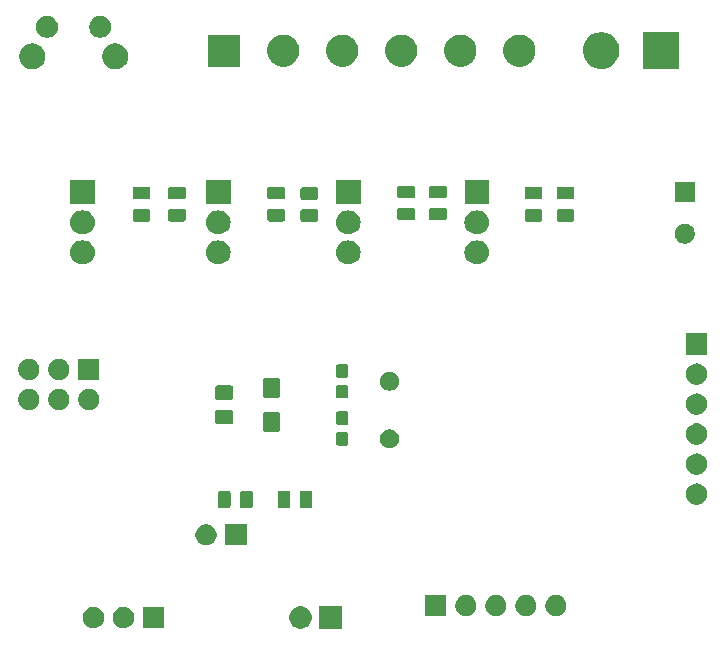
<source format=gbr>
%TF.GenerationSoftware,KiCad,Pcbnew,5.1.5-52549c5~84~ubuntu19.04.1*%
%TF.CreationDate,2020-02-04T18:47:48+03:00*%
%TF.ProjectId,RGBcontroller_V1,52474263-6f6e-4747-926f-6c6c65725f56,rev?*%
%TF.SameCoordinates,Original*%
%TF.FileFunction,Soldermask,Bot*%
%TF.FilePolarity,Negative*%
%FSLAX46Y46*%
G04 Gerber Fmt 4.6, Leading zero omitted, Abs format (unit mm)*
G04 Created by KiCad (PCBNEW 5.1.5-52549c5~84~ubuntu19.04.1) date 2020-02-04 18:47:48*
%MOMM*%
%LPD*%
G04 APERTURE LIST*
%ADD10C,0.150000*%
G04 APERTURE END LIST*
D10*
G36*
X130951000Y-97951000D02*
G01*
X129049000Y-97951000D01*
X129049000Y-96049000D01*
X130951000Y-96049000D01*
X130951000Y-97951000D01*
G37*
G36*
X127737395Y-96085546D02*
G01*
X127910466Y-96157234D01*
X127910467Y-96157235D01*
X128066227Y-96261310D01*
X128198690Y-96393773D01*
X128198691Y-96393775D01*
X128302766Y-96549534D01*
X128374454Y-96722605D01*
X128411000Y-96906333D01*
X128411000Y-97093667D01*
X128374454Y-97277395D01*
X128302766Y-97450466D01*
X128302765Y-97450467D01*
X128198690Y-97606227D01*
X128066227Y-97738690D01*
X127987818Y-97791081D01*
X127910466Y-97842766D01*
X127737395Y-97914454D01*
X127553667Y-97951000D01*
X127366333Y-97951000D01*
X127182605Y-97914454D01*
X127009534Y-97842766D01*
X126932182Y-97791081D01*
X126853773Y-97738690D01*
X126721310Y-97606227D01*
X126617235Y-97450467D01*
X126617234Y-97450466D01*
X126545546Y-97277395D01*
X126509000Y-97093667D01*
X126509000Y-96906333D01*
X126545546Y-96722605D01*
X126617234Y-96549534D01*
X126721309Y-96393775D01*
X126721310Y-96393773D01*
X126853773Y-96261310D01*
X127009533Y-96157235D01*
X127009534Y-96157234D01*
X127182605Y-96085546D01*
X127366333Y-96049000D01*
X127553667Y-96049000D01*
X127737395Y-96085546D01*
G37*
G36*
X112573512Y-96103927D02*
G01*
X112722812Y-96133624D01*
X112886784Y-96201544D01*
X113034354Y-96300147D01*
X113159853Y-96425646D01*
X113258456Y-96573216D01*
X113326376Y-96737188D01*
X113352072Y-96866375D01*
X113358960Y-96901000D01*
X113361000Y-96911259D01*
X113361000Y-97088741D01*
X113326376Y-97262812D01*
X113258456Y-97426784D01*
X113159853Y-97574354D01*
X113034354Y-97699853D01*
X112886784Y-97798456D01*
X112722812Y-97866376D01*
X112573512Y-97896073D01*
X112548742Y-97901000D01*
X112371258Y-97901000D01*
X112346488Y-97896073D01*
X112197188Y-97866376D01*
X112033216Y-97798456D01*
X111885646Y-97699853D01*
X111760147Y-97574354D01*
X111661544Y-97426784D01*
X111593624Y-97262812D01*
X111559000Y-97088741D01*
X111559000Y-96911259D01*
X111561041Y-96901000D01*
X111567928Y-96866375D01*
X111593624Y-96737188D01*
X111661544Y-96573216D01*
X111760147Y-96425646D01*
X111885646Y-96300147D01*
X112033216Y-96201544D01*
X112197188Y-96133624D01*
X112346488Y-96103927D01*
X112371258Y-96099000D01*
X112548742Y-96099000D01*
X112573512Y-96103927D01*
G37*
G36*
X110033512Y-96103927D02*
G01*
X110182812Y-96133624D01*
X110346784Y-96201544D01*
X110494354Y-96300147D01*
X110619853Y-96425646D01*
X110718456Y-96573216D01*
X110786376Y-96737188D01*
X110812072Y-96866375D01*
X110818960Y-96901000D01*
X110821000Y-96911259D01*
X110821000Y-97088741D01*
X110786376Y-97262812D01*
X110718456Y-97426784D01*
X110619853Y-97574354D01*
X110494354Y-97699853D01*
X110346784Y-97798456D01*
X110182812Y-97866376D01*
X110033512Y-97896073D01*
X110008742Y-97901000D01*
X109831258Y-97901000D01*
X109806488Y-97896073D01*
X109657188Y-97866376D01*
X109493216Y-97798456D01*
X109345646Y-97699853D01*
X109220147Y-97574354D01*
X109121544Y-97426784D01*
X109053624Y-97262812D01*
X109019000Y-97088741D01*
X109019000Y-96911259D01*
X109021041Y-96901000D01*
X109027928Y-96866375D01*
X109053624Y-96737188D01*
X109121544Y-96573216D01*
X109220147Y-96425646D01*
X109345646Y-96300147D01*
X109493216Y-96201544D01*
X109657188Y-96133624D01*
X109806488Y-96103927D01*
X109831258Y-96099000D01*
X110008742Y-96099000D01*
X110033512Y-96103927D01*
G37*
G36*
X115901000Y-97901000D02*
G01*
X114099000Y-97901000D01*
X114099000Y-96099000D01*
X115901000Y-96099000D01*
X115901000Y-97901000D01*
G37*
G36*
X139821000Y-96901000D02*
G01*
X138019000Y-96901000D01*
X138019000Y-95099000D01*
X139821000Y-95099000D01*
X139821000Y-96901000D01*
G37*
G36*
X149193512Y-95103927D02*
G01*
X149342812Y-95133624D01*
X149506784Y-95201544D01*
X149654354Y-95300147D01*
X149779853Y-95425646D01*
X149878456Y-95573216D01*
X149946376Y-95737188D01*
X149976073Y-95886488D01*
X149981000Y-95911258D01*
X149981000Y-96088742D01*
X149976073Y-96113512D01*
X149946376Y-96262812D01*
X149878456Y-96426784D01*
X149779853Y-96574354D01*
X149654354Y-96699853D01*
X149506784Y-96798456D01*
X149342812Y-96866376D01*
X149193512Y-96896073D01*
X149168742Y-96901000D01*
X148991258Y-96901000D01*
X148966488Y-96896073D01*
X148817188Y-96866376D01*
X148653216Y-96798456D01*
X148505646Y-96699853D01*
X148380147Y-96574354D01*
X148281544Y-96426784D01*
X148213624Y-96262812D01*
X148183927Y-96113512D01*
X148179000Y-96088742D01*
X148179000Y-95911258D01*
X148183927Y-95886488D01*
X148213624Y-95737188D01*
X148281544Y-95573216D01*
X148380147Y-95425646D01*
X148505646Y-95300147D01*
X148653216Y-95201544D01*
X148817188Y-95133624D01*
X148966488Y-95103927D01*
X148991258Y-95099000D01*
X149168742Y-95099000D01*
X149193512Y-95103927D01*
G37*
G36*
X146653512Y-95103927D02*
G01*
X146802812Y-95133624D01*
X146966784Y-95201544D01*
X147114354Y-95300147D01*
X147239853Y-95425646D01*
X147338456Y-95573216D01*
X147406376Y-95737188D01*
X147436073Y-95886488D01*
X147441000Y-95911258D01*
X147441000Y-96088742D01*
X147436073Y-96113512D01*
X147406376Y-96262812D01*
X147338456Y-96426784D01*
X147239853Y-96574354D01*
X147114354Y-96699853D01*
X146966784Y-96798456D01*
X146802812Y-96866376D01*
X146653512Y-96896073D01*
X146628742Y-96901000D01*
X146451258Y-96901000D01*
X146426488Y-96896073D01*
X146277188Y-96866376D01*
X146113216Y-96798456D01*
X145965646Y-96699853D01*
X145840147Y-96574354D01*
X145741544Y-96426784D01*
X145673624Y-96262812D01*
X145643927Y-96113512D01*
X145639000Y-96088742D01*
X145639000Y-95911258D01*
X145643927Y-95886488D01*
X145673624Y-95737188D01*
X145741544Y-95573216D01*
X145840147Y-95425646D01*
X145965646Y-95300147D01*
X146113216Y-95201544D01*
X146277188Y-95133624D01*
X146426488Y-95103927D01*
X146451258Y-95099000D01*
X146628742Y-95099000D01*
X146653512Y-95103927D01*
G37*
G36*
X144113512Y-95103927D02*
G01*
X144262812Y-95133624D01*
X144426784Y-95201544D01*
X144574354Y-95300147D01*
X144699853Y-95425646D01*
X144798456Y-95573216D01*
X144866376Y-95737188D01*
X144896073Y-95886488D01*
X144901000Y-95911258D01*
X144901000Y-96088742D01*
X144896073Y-96113512D01*
X144866376Y-96262812D01*
X144798456Y-96426784D01*
X144699853Y-96574354D01*
X144574354Y-96699853D01*
X144426784Y-96798456D01*
X144262812Y-96866376D01*
X144113512Y-96896073D01*
X144088742Y-96901000D01*
X143911258Y-96901000D01*
X143886488Y-96896073D01*
X143737188Y-96866376D01*
X143573216Y-96798456D01*
X143425646Y-96699853D01*
X143300147Y-96574354D01*
X143201544Y-96426784D01*
X143133624Y-96262812D01*
X143103927Y-96113512D01*
X143099000Y-96088742D01*
X143099000Y-95911258D01*
X143103927Y-95886488D01*
X143133624Y-95737188D01*
X143201544Y-95573216D01*
X143300147Y-95425646D01*
X143425646Y-95300147D01*
X143573216Y-95201544D01*
X143737188Y-95133624D01*
X143886488Y-95103927D01*
X143911258Y-95099000D01*
X144088742Y-95099000D01*
X144113512Y-95103927D01*
G37*
G36*
X141573512Y-95103927D02*
G01*
X141722812Y-95133624D01*
X141886784Y-95201544D01*
X142034354Y-95300147D01*
X142159853Y-95425646D01*
X142258456Y-95573216D01*
X142326376Y-95737188D01*
X142356073Y-95886488D01*
X142361000Y-95911258D01*
X142361000Y-96088742D01*
X142356073Y-96113512D01*
X142326376Y-96262812D01*
X142258456Y-96426784D01*
X142159853Y-96574354D01*
X142034354Y-96699853D01*
X141886784Y-96798456D01*
X141722812Y-96866376D01*
X141573512Y-96896073D01*
X141548742Y-96901000D01*
X141371258Y-96901000D01*
X141346488Y-96896073D01*
X141197188Y-96866376D01*
X141033216Y-96798456D01*
X140885646Y-96699853D01*
X140760147Y-96574354D01*
X140661544Y-96426784D01*
X140593624Y-96262812D01*
X140563927Y-96113512D01*
X140559000Y-96088742D01*
X140559000Y-95911258D01*
X140563927Y-95886488D01*
X140593624Y-95737188D01*
X140661544Y-95573216D01*
X140760147Y-95425646D01*
X140885646Y-95300147D01*
X141033216Y-95201544D01*
X141197188Y-95133624D01*
X141346488Y-95103927D01*
X141371258Y-95099000D01*
X141548742Y-95099000D01*
X141573512Y-95103927D01*
G37*
G36*
X122901000Y-90901000D02*
G01*
X121099000Y-90901000D01*
X121099000Y-89099000D01*
X122901000Y-89099000D01*
X122901000Y-90901000D01*
G37*
G36*
X119573512Y-89103927D02*
G01*
X119722812Y-89133624D01*
X119886784Y-89201544D01*
X120034354Y-89300147D01*
X120159853Y-89425646D01*
X120258456Y-89573216D01*
X120326376Y-89737188D01*
X120361000Y-89911259D01*
X120361000Y-90088741D01*
X120326376Y-90262812D01*
X120258456Y-90426784D01*
X120159853Y-90574354D01*
X120034354Y-90699853D01*
X119886784Y-90798456D01*
X119722812Y-90866376D01*
X119573512Y-90896073D01*
X119548742Y-90901000D01*
X119371258Y-90901000D01*
X119346488Y-90896073D01*
X119197188Y-90866376D01*
X119033216Y-90798456D01*
X118885646Y-90699853D01*
X118760147Y-90574354D01*
X118661544Y-90426784D01*
X118593624Y-90262812D01*
X118559000Y-90088741D01*
X118559000Y-89911259D01*
X118593624Y-89737188D01*
X118661544Y-89573216D01*
X118760147Y-89425646D01*
X118885646Y-89300147D01*
X119033216Y-89201544D01*
X119197188Y-89133624D01*
X119346488Y-89103927D01*
X119371258Y-89099000D01*
X119548742Y-89099000D01*
X119573512Y-89103927D01*
G37*
G36*
X123246968Y-86253565D02*
G01*
X123285638Y-86265296D01*
X123321277Y-86284346D01*
X123352517Y-86309983D01*
X123378154Y-86341223D01*
X123397204Y-86376862D01*
X123408935Y-86415532D01*
X123413500Y-86461888D01*
X123413500Y-87538112D01*
X123408935Y-87584468D01*
X123397204Y-87623138D01*
X123378154Y-87658777D01*
X123352517Y-87690017D01*
X123321277Y-87715654D01*
X123285638Y-87734704D01*
X123246968Y-87746435D01*
X123200612Y-87751000D01*
X122549388Y-87751000D01*
X122503032Y-87746435D01*
X122464362Y-87734704D01*
X122428723Y-87715654D01*
X122397483Y-87690017D01*
X122371846Y-87658777D01*
X122352796Y-87623138D01*
X122341065Y-87584468D01*
X122336500Y-87538112D01*
X122336500Y-86461888D01*
X122341065Y-86415532D01*
X122352796Y-86376862D01*
X122371846Y-86341223D01*
X122397483Y-86309983D01*
X122428723Y-86284346D01*
X122464362Y-86265296D01*
X122503032Y-86253565D01*
X122549388Y-86249000D01*
X123200612Y-86249000D01*
X123246968Y-86253565D01*
G37*
G36*
X128309468Y-86253565D02*
G01*
X128348138Y-86265296D01*
X128383777Y-86284346D01*
X128415017Y-86309983D01*
X128440654Y-86341223D01*
X128459704Y-86376862D01*
X128471435Y-86415532D01*
X128476000Y-86461888D01*
X128476000Y-87538112D01*
X128471435Y-87584468D01*
X128459704Y-87623138D01*
X128440654Y-87658777D01*
X128415017Y-87690017D01*
X128383777Y-87715654D01*
X128348138Y-87734704D01*
X128309468Y-87746435D01*
X128263112Y-87751000D01*
X127611888Y-87751000D01*
X127565532Y-87746435D01*
X127526862Y-87734704D01*
X127491223Y-87715654D01*
X127459983Y-87690017D01*
X127434346Y-87658777D01*
X127415296Y-87623138D01*
X127403565Y-87584468D01*
X127399000Y-87538112D01*
X127399000Y-86461888D01*
X127403565Y-86415532D01*
X127415296Y-86376862D01*
X127434346Y-86341223D01*
X127459983Y-86309983D01*
X127491223Y-86284346D01*
X127526862Y-86265296D01*
X127565532Y-86253565D01*
X127611888Y-86249000D01*
X128263112Y-86249000D01*
X128309468Y-86253565D01*
G37*
G36*
X126434468Y-86253565D02*
G01*
X126473138Y-86265296D01*
X126508777Y-86284346D01*
X126540017Y-86309983D01*
X126565654Y-86341223D01*
X126584704Y-86376862D01*
X126596435Y-86415532D01*
X126601000Y-86461888D01*
X126601000Y-87538112D01*
X126596435Y-87584468D01*
X126584704Y-87623138D01*
X126565654Y-87658777D01*
X126540017Y-87690017D01*
X126508777Y-87715654D01*
X126473138Y-87734704D01*
X126434468Y-87746435D01*
X126388112Y-87751000D01*
X125736888Y-87751000D01*
X125690532Y-87746435D01*
X125651862Y-87734704D01*
X125616223Y-87715654D01*
X125584983Y-87690017D01*
X125559346Y-87658777D01*
X125540296Y-87623138D01*
X125528565Y-87584468D01*
X125524000Y-87538112D01*
X125524000Y-86461888D01*
X125528565Y-86415532D01*
X125540296Y-86376862D01*
X125559346Y-86341223D01*
X125584983Y-86309983D01*
X125616223Y-86284346D01*
X125651862Y-86265296D01*
X125690532Y-86253565D01*
X125736888Y-86249000D01*
X126388112Y-86249000D01*
X126434468Y-86253565D01*
G37*
G36*
X121371968Y-86253565D02*
G01*
X121410638Y-86265296D01*
X121446277Y-86284346D01*
X121477517Y-86309983D01*
X121503154Y-86341223D01*
X121522204Y-86376862D01*
X121533935Y-86415532D01*
X121538500Y-86461888D01*
X121538500Y-87538112D01*
X121533935Y-87584468D01*
X121522204Y-87623138D01*
X121503154Y-87658777D01*
X121477517Y-87690017D01*
X121446277Y-87715654D01*
X121410638Y-87734704D01*
X121371968Y-87746435D01*
X121325612Y-87751000D01*
X120674388Y-87751000D01*
X120628032Y-87746435D01*
X120589362Y-87734704D01*
X120553723Y-87715654D01*
X120522483Y-87690017D01*
X120496846Y-87658777D01*
X120477796Y-87623138D01*
X120466065Y-87584468D01*
X120461500Y-87538112D01*
X120461500Y-86461888D01*
X120466065Y-86415532D01*
X120477796Y-86376862D01*
X120496846Y-86341223D01*
X120522483Y-86309983D01*
X120553723Y-86284346D01*
X120589362Y-86265296D01*
X120628032Y-86253565D01*
X120674388Y-86249000D01*
X121325612Y-86249000D01*
X121371968Y-86253565D01*
G37*
G36*
X161113512Y-85653927D02*
G01*
X161262812Y-85683624D01*
X161426784Y-85751544D01*
X161574354Y-85850147D01*
X161699853Y-85975646D01*
X161798456Y-86123216D01*
X161866376Y-86287188D01*
X161901000Y-86461259D01*
X161901000Y-86638741D01*
X161866376Y-86812812D01*
X161798456Y-86976784D01*
X161699853Y-87124354D01*
X161574354Y-87249853D01*
X161426784Y-87348456D01*
X161262812Y-87416376D01*
X161113512Y-87446073D01*
X161088742Y-87451000D01*
X160911258Y-87451000D01*
X160886488Y-87446073D01*
X160737188Y-87416376D01*
X160573216Y-87348456D01*
X160425646Y-87249853D01*
X160300147Y-87124354D01*
X160201544Y-86976784D01*
X160133624Y-86812812D01*
X160099000Y-86638741D01*
X160099000Y-86461259D01*
X160133624Y-86287188D01*
X160201544Y-86123216D01*
X160300147Y-85975646D01*
X160425646Y-85850147D01*
X160573216Y-85751544D01*
X160737188Y-85683624D01*
X160886488Y-85653927D01*
X160911258Y-85649000D01*
X161088742Y-85649000D01*
X161113512Y-85653927D01*
G37*
G36*
X161113512Y-83113927D02*
G01*
X161262812Y-83143624D01*
X161426784Y-83211544D01*
X161574354Y-83310147D01*
X161699853Y-83435646D01*
X161798456Y-83583216D01*
X161866376Y-83747188D01*
X161901000Y-83921259D01*
X161901000Y-84098741D01*
X161866376Y-84272812D01*
X161798456Y-84436784D01*
X161699853Y-84584354D01*
X161574354Y-84709853D01*
X161426784Y-84808456D01*
X161262812Y-84876376D01*
X161113512Y-84906073D01*
X161088742Y-84911000D01*
X160911258Y-84911000D01*
X160886488Y-84906073D01*
X160737188Y-84876376D01*
X160573216Y-84808456D01*
X160425646Y-84709853D01*
X160300147Y-84584354D01*
X160201544Y-84436784D01*
X160133624Y-84272812D01*
X160099000Y-84098741D01*
X160099000Y-83921259D01*
X160133624Y-83747188D01*
X160201544Y-83583216D01*
X160300147Y-83435646D01*
X160425646Y-83310147D01*
X160573216Y-83211544D01*
X160737188Y-83143624D01*
X160886488Y-83113927D01*
X160911258Y-83109000D01*
X161088742Y-83109000D01*
X161113512Y-83113927D01*
G37*
G36*
X135233642Y-81109781D02*
G01*
X135346426Y-81156498D01*
X135379416Y-81170163D01*
X135510608Y-81257822D01*
X135622178Y-81369392D01*
X135709837Y-81500584D01*
X135709838Y-81500586D01*
X135770219Y-81646358D01*
X135801000Y-81801107D01*
X135801000Y-81958893D01*
X135770219Y-82113642D01*
X135718166Y-82239309D01*
X135709837Y-82259416D01*
X135622178Y-82390608D01*
X135510608Y-82502178D01*
X135379416Y-82589837D01*
X135379415Y-82589838D01*
X135379414Y-82589838D01*
X135233642Y-82650219D01*
X135078893Y-82681000D01*
X134921107Y-82681000D01*
X134766358Y-82650219D01*
X134620586Y-82589838D01*
X134620585Y-82589838D01*
X134620584Y-82589837D01*
X134489392Y-82502178D01*
X134377822Y-82390608D01*
X134290163Y-82259416D01*
X134281834Y-82239309D01*
X134229781Y-82113642D01*
X134199000Y-81958893D01*
X134199000Y-81801107D01*
X134229781Y-81646358D01*
X134290162Y-81500586D01*
X134290163Y-81500584D01*
X134377822Y-81369392D01*
X134489392Y-81257822D01*
X134620584Y-81170163D01*
X134653574Y-81156498D01*
X134766358Y-81109781D01*
X134921107Y-81079000D01*
X135078893Y-81079000D01*
X135233642Y-81109781D01*
G37*
G36*
X131364499Y-81303445D02*
G01*
X131401995Y-81314820D01*
X131436554Y-81333292D01*
X131466847Y-81358153D01*
X131491708Y-81388446D01*
X131510180Y-81423005D01*
X131521555Y-81460501D01*
X131526000Y-81505638D01*
X131526000Y-82244362D01*
X131521555Y-82289499D01*
X131510180Y-82326995D01*
X131491708Y-82361554D01*
X131466847Y-82391847D01*
X131436554Y-82416708D01*
X131401995Y-82435180D01*
X131364499Y-82446555D01*
X131319362Y-82451000D01*
X130680638Y-82451000D01*
X130635501Y-82446555D01*
X130598005Y-82435180D01*
X130563446Y-82416708D01*
X130533153Y-82391847D01*
X130508292Y-82361554D01*
X130489820Y-82326995D01*
X130478445Y-82289499D01*
X130474000Y-82244362D01*
X130474000Y-81505638D01*
X130478445Y-81460501D01*
X130489820Y-81423005D01*
X130508292Y-81388446D01*
X130533153Y-81358153D01*
X130563446Y-81333292D01*
X130598005Y-81314820D01*
X130635501Y-81303445D01*
X130680638Y-81299000D01*
X131319362Y-81299000D01*
X131364499Y-81303445D01*
G37*
G36*
X161100214Y-80571282D02*
G01*
X161262812Y-80603624D01*
X161426784Y-80671544D01*
X161574354Y-80770147D01*
X161699853Y-80895646D01*
X161798456Y-81043216D01*
X161866376Y-81207188D01*
X161901000Y-81381259D01*
X161901000Y-81558741D01*
X161866376Y-81732812D01*
X161798456Y-81896784D01*
X161699853Y-82044354D01*
X161574354Y-82169853D01*
X161426784Y-82268456D01*
X161262812Y-82336376D01*
X161136230Y-82361554D01*
X161088742Y-82371000D01*
X160911258Y-82371000D01*
X160863770Y-82361554D01*
X160737188Y-82336376D01*
X160573216Y-82268456D01*
X160425646Y-82169853D01*
X160300147Y-82044354D01*
X160201544Y-81896784D01*
X160133624Y-81732812D01*
X160099000Y-81558741D01*
X160099000Y-81381259D01*
X160133624Y-81207188D01*
X160201544Y-81043216D01*
X160300147Y-80895646D01*
X160425646Y-80770147D01*
X160573216Y-80671544D01*
X160737188Y-80603624D01*
X160899786Y-80571282D01*
X160911258Y-80569000D01*
X161088742Y-80569000D01*
X161100214Y-80571282D01*
G37*
G36*
X125572798Y-79603247D02*
G01*
X125608367Y-79614037D01*
X125641139Y-79631554D01*
X125669869Y-79655131D01*
X125693446Y-79683861D01*
X125710963Y-79716633D01*
X125721753Y-79752202D01*
X125726000Y-79795325D01*
X125726000Y-81079675D01*
X125721753Y-81122798D01*
X125710963Y-81158367D01*
X125693446Y-81191139D01*
X125669869Y-81219869D01*
X125641139Y-81243446D01*
X125608367Y-81260963D01*
X125572798Y-81271753D01*
X125529675Y-81276000D01*
X124470325Y-81276000D01*
X124427202Y-81271753D01*
X124391633Y-81260963D01*
X124358861Y-81243446D01*
X124330131Y-81219869D01*
X124306554Y-81191139D01*
X124289037Y-81158367D01*
X124278247Y-81122798D01*
X124274000Y-81079675D01*
X124274000Y-79795325D01*
X124278247Y-79752202D01*
X124289037Y-79716633D01*
X124306554Y-79683861D01*
X124330131Y-79655131D01*
X124358861Y-79631554D01*
X124391633Y-79614037D01*
X124427202Y-79603247D01*
X124470325Y-79599000D01*
X125529675Y-79599000D01*
X125572798Y-79603247D01*
G37*
G36*
X131364499Y-79553445D02*
G01*
X131401995Y-79564820D01*
X131436554Y-79583292D01*
X131466847Y-79608153D01*
X131491708Y-79638446D01*
X131510180Y-79673005D01*
X131521555Y-79710501D01*
X131526000Y-79755638D01*
X131526000Y-80494362D01*
X131521555Y-80539499D01*
X131510180Y-80576995D01*
X131491708Y-80611554D01*
X131466847Y-80641847D01*
X131436554Y-80666708D01*
X131401995Y-80685180D01*
X131364499Y-80696555D01*
X131319362Y-80701000D01*
X130680638Y-80701000D01*
X130635501Y-80696555D01*
X130598005Y-80685180D01*
X130563446Y-80666708D01*
X130533153Y-80641847D01*
X130508292Y-80611554D01*
X130489820Y-80576995D01*
X130478445Y-80539499D01*
X130474000Y-80494362D01*
X130474000Y-79755638D01*
X130478445Y-79710501D01*
X130489820Y-79673005D01*
X130508292Y-79638446D01*
X130533153Y-79608153D01*
X130563446Y-79583292D01*
X130598005Y-79564820D01*
X130635501Y-79553445D01*
X130680638Y-79549000D01*
X131319362Y-79549000D01*
X131364499Y-79553445D01*
G37*
G36*
X121588674Y-79403465D02*
G01*
X121626367Y-79414899D01*
X121661103Y-79433466D01*
X121691548Y-79458452D01*
X121716534Y-79488897D01*
X121735101Y-79523633D01*
X121746535Y-79561326D01*
X121751000Y-79606661D01*
X121751000Y-80443339D01*
X121746535Y-80488674D01*
X121735101Y-80526367D01*
X121716534Y-80561103D01*
X121691548Y-80591548D01*
X121661103Y-80616534D01*
X121626367Y-80635101D01*
X121588674Y-80646535D01*
X121543339Y-80651000D01*
X120456661Y-80651000D01*
X120411326Y-80646535D01*
X120373633Y-80635101D01*
X120338897Y-80616534D01*
X120308452Y-80591548D01*
X120283466Y-80561103D01*
X120264899Y-80526367D01*
X120253465Y-80488674D01*
X120249000Y-80443339D01*
X120249000Y-79606661D01*
X120253465Y-79561326D01*
X120264899Y-79523633D01*
X120283466Y-79488897D01*
X120308452Y-79458452D01*
X120338897Y-79433466D01*
X120373633Y-79414899D01*
X120411326Y-79403465D01*
X120456661Y-79399000D01*
X121543339Y-79399000D01*
X121588674Y-79403465D01*
G37*
G36*
X161113512Y-78033927D02*
G01*
X161262812Y-78063624D01*
X161426784Y-78131544D01*
X161574354Y-78230147D01*
X161699853Y-78355646D01*
X161798456Y-78503216D01*
X161866376Y-78667188D01*
X161901000Y-78841259D01*
X161901000Y-79018741D01*
X161866376Y-79192812D01*
X161798456Y-79356784D01*
X161699853Y-79504354D01*
X161574354Y-79629853D01*
X161426784Y-79728456D01*
X161262812Y-79796376D01*
X161113512Y-79826073D01*
X161088742Y-79831000D01*
X160911258Y-79831000D01*
X160886488Y-79826073D01*
X160737188Y-79796376D01*
X160573216Y-79728456D01*
X160425646Y-79629853D01*
X160300147Y-79504354D01*
X160201544Y-79356784D01*
X160133624Y-79192812D01*
X160099000Y-79018741D01*
X160099000Y-78841259D01*
X160133624Y-78667188D01*
X160201544Y-78503216D01*
X160300147Y-78355646D01*
X160425646Y-78230147D01*
X160573216Y-78131544D01*
X160737188Y-78063624D01*
X160886488Y-78033927D01*
X160911258Y-78029000D01*
X161088742Y-78029000D01*
X161113512Y-78033927D01*
G37*
G36*
X104573512Y-77643927D02*
G01*
X104722812Y-77673624D01*
X104886784Y-77741544D01*
X105034354Y-77840147D01*
X105159853Y-77965646D01*
X105258456Y-78113216D01*
X105326376Y-78277188D01*
X105356073Y-78426488D01*
X105360949Y-78451000D01*
X105361000Y-78451259D01*
X105361000Y-78628741D01*
X105326376Y-78802812D01*
X105258456Y-78966784D01*
X105159853Y-79114354D01*
X105034354Y-79239853D01*
X104886784Y-79338456D01*
X104722812Y-79406376D01*
X104573512Y-79436073D01*
X104548742Y-79441000D01*
X104371258Y-79441000D01*
X104346488Y-79436073D01*
X104197188Y-79406376D01*
X104033216Y-79338456D01*
X103885646Y-79239853D01*
X103760147Y-79114354D01*
X103661544Y-78966784D01*
X103593624Y-78802812D01*
X103559000Y-78628741D01*
X103559000Y-78451259D01*
X103559052Y-78451000D01*
X103563927Y-78426488D01*
X103593624Y-78277188D01*
X103661544Y-78113216D01*
X103760147Y-77965646D01*
X103885646Y-77840147D01*
X104033216Y-77741544D01*
X104197188Y-77673624D01*
X104346488Y-77643927D01*
X104371258Y-77639000D01*
X104548742Y-77639000D01*
X104573512Y-77643927D01*
G37*
G36*
X107113512Y-77643927D02*
G01*
X107262812Y-77673624D01*
X107426784Y-77741544D01*
X107574354Y-77840147D01*
X107699853Y-77965646D01*
X107798456Y-78113216D01*
X107866376Y-78277188D01*
X107896073Y-78426488D01*
X107900949Y-78451000D01*
X107901000Y-78451259D01*
X107901000Y-78628741D01*
X107866376Y-78802812D01*
X107798456Y-78966784D01*
X107699853Y-79114354D01*
X107574354Y-79239853D01*
X107426784Y-79338456D01*
X107262812Y-79406376D01*
X107113512Y-79436073D01*
X107088742Y-79441000D01*
X106911258Y-79441000D01*
X106886488Y-79436073D01*
X106737188Y-79406376D01*
X106573216Y-79338456D01*
X106425646Y-79239853D01*
X106300147Y-79114354D01*
X106201544Y-78966784D01*
X106133624Y-78802812D01*
X106099000Y-78628741D01*
X106099000Y-78451259D01*
X106099052Y-78451000D01*
X106103927Y-78426488D01*
X106133624Y-78277188D01*
X106201544Y-78113216D01*
X106300147Y-77965646D01*
X106425646Y-77840147D01*
X106573216Y-77741544D01*
X106737188Y-77673624D01*
X106886488Y-77643927D01*
X106911258Y-77639000D01*
X107088742Y-77639000D01*
X107113512Y-77643927D01*
G37*
G36*
X109653512Y-77643927D02*
G01*
X109802812Y-77673624D01*
X109966784Y-77741544D01*
X110114354Y-77840147D01*
X110239853Y-77965646D01*
X110338456Y-78113216D01*
X110406376Y-78277188D01*
X110436073Y-78426488D01*
X110440949Y-78451000D01*
X110441000Y-78451259D01*
X110441000Y-78628741D01*
X110406376Y-78802812D01*
X110338456Y-78966784D01*
X110239853Y-79114354D01*
X110114354Y-79239853D01*
X109966784Y-79338456D01*
X109802812Y-79406376D01*
X109653512Y-79436073D01*
X109628742Y-79441000D01*
X109451258Y-79441000D01*
X109426488Y-79436073D01*
X109277188Y-79406376D01*
X109113216Y-79338456D01*
X108965646Y-79239853D01*
X108840147Y-79114354D01*
X108741544Y-78966784D01*
X108673624Y-78802812D01*
X108639000Y-78628741D01*
X108639000Y-78451259D01*
X108639052Y-78451000D01*
X108643927Y-78426488D01*
X108673624Y-78277188D01*
X108741544Y-78113216D01*
X108840147Y-77965646D01*
X108965646Y-77840147D01*
X109113216Y-77741544D01*
X109277188Y-77673624D01*
X109426488Y-77643927D01*
X109451258Y-77639000D01*
X109628742Y-77639000D01*
X109653512Y-77643927D01*
G37*
G36*
X121588674Y-77353465D02*
G01*
X121626367Y-77364899D01*
X121661103Y-77383466D01*
X121691548Y-77408452D01*
X121716534Y-77438897D01*
X121735101Y-77473633D01*
X121746535Y-77511326D01*
X121751000Y-77556661D01*
X121751000Y-78393339D01*
X121746535Y-78438674D01*
X121735101Y-78476367D01*
X121716534Y-78511103D01*
X121691548Y-78541548D01*
X121661103Y-78566534D01*
X121626367Y-78585101D01*
X121588674Y-78596535D01*
X121543339Y-78601000D01*
X120456661Y-78601000D01*
X120411326Y-78596535D01*
X120373633Y-78585101D01*
X120338897Y-78566534D01*
X120308452Y-78541548D01*
X120283466Y-78511103D01*
X120264899Y-78476367D01*
X120253465Y-78438674D01*
X120249000Y-78393339D01*
X120249000Y-77556661D01*
X120253465Y-77511326D01*
X120264899Y-77473633D01*
X120283466Y-77438897D01*
X120308452Y-77408452D01*
X120338897Y-77383466D01*
X120373633Y-77364899D01*
X120411326Y-77353465D01*
X120456661Y-77349000D01*
X121543339Y-77349000D01*
X121588674Y-77353465D01*
G37*
G36*
X131364499Y-77303445D02*
G01*
X131401995Y-77314820D01*
X131436554Y-77333292D01*
X131466847Y-77358153D01*
X131491708Y-77388446D01*
X131510180Y-77423005D01*
X131521555Y-77460501D01*
X131526000Y-77505638D01*
X131526000Y-78244362D01*
X131521555Y-78289499D01*
X131510180Y-78326995D01*
X131491708Y-78361554D01*
X131466847Y-78391847D01*
X131436554Y-78416708D01*
X131401995Y-78435180D01*
X131364499Y-78446555D01*
X131319362Y-78451000D01*
X130680638Y-78451000D01*
X130635501Y-78446555D01*
X130598005Y-78435180D01*
X130563446Y-78416708D01*
X130533153Y-78391847D01*
X130508292Y-78361554D01*
X130489820Y-78326995D01*
X130478445Y-78289499D01*
X130474000Y-78244362D01*
X130474000Y-77505638D01*
X130478445Y-77460501D01*
X130489820Y-77423005D01*
X130508292Y-77388446D01*
X130533153Y-77358153D01*
X130563446Y-77333292D01*
X130598005Y-77314820D01*
X130635501Y-77303445D01*
X130680638Y-77299000D01*
X131319362Y-77299000D01*
X131364499Y-77303445D01*
G37*
G36*
X125572798Y-76728247D02*
G01*
X125608367Y-76739037D01*
X125641139Y-76756554D01*
X125669869Y-76780131D01*
X125693446Y-76808861D01*
X125710963Y-76841633D01*
X125721753Y-76877202D01*
X125726000Y-76920325D01*
X125726000Y-78204675D01*
X125721753Y-78247798D01*
X125710963Y-78283367D01*
X125693446Y-78316139D01*
X125669869Y-78344869D01*
X125641139Y-78368446D01*
X125608367Y-78385963D01*
X125572798Y-78396753D01*
X125529675Y-78401000D01*
X124470325Y-78401000D01*
X124427202Y-78396753D01*
X124391633Y-78385963D01*
X124358861Y-78368446D01*
X124330131Y-78344869D01*
X124306554Y-78316139D01*
X124289037Y-78283367D01*
X124278247Y-78247798D01*
X124274000Y-78204675D01*
X124274000Y-76920325D01*
X124278247Y-76877202D01*
X124289037Y-76841633D01*
X124306554Y-76808861D01*
X124330131Y-76780131D01*
X124358861Y-76756554D01*
X124391633Y-76739037D01*
X124427202Y-76728247D01*
X124470325Y-76724000D01*
X125529675Y-76724000D01*
X125572798Y-76728247D01*
G37*
G36*
X135233642Y-76229781D02*
G01*
X135379414Y-76290162D01*
X135379416Y-76290163D01*
X135510608Y-76377822D01*
X135622178Y-76489392D01*
X135678947Y-76574354D01*
X135709838Y-76620586D01*
X135770219Y-76766358D01*
X135801000Y-76921107D01*
X135801000Y-77078893D01*
X135770219Y-77233642D01*
X135715850Y-77364899D01*
X135709837Y-77379416D01*
X135622178Y-77510608D01*
X135510608Y-77622178D01*
X135379416Y-77709837D01*
X135379415Y-77709838D01*
X135379414Y-77709838D01*
X135233642Y-77770219D01*
X135078893Y-77801000D01*
X134921107Y-77801000D01*
X134766358Y-77770219D01*
X134620586Y-77709838D01*
X134620585Y-77709838D01*
X134620584Y-77709837D01*
X134489392Y-77622178D01*
X134377822Y-77510608D01*
X134290163Y-77379416D01*
X134284150Y-77364899D01*
X134229781Y-77233642D01*
X134199000Y-77078893D01*
X134199000Y-76921107D01*
X134229781Y-76766358D01*
X134290162Y-76620586D01*
X134321053Y-76574354D01*
X134377822Y-76489392D01*
X134489392Y-76377822D01*
X134620584Y-76290163D01*
X134620586Y-76290162D01*
X134766358Y-76229781D01*
X134921107Y-76199000D01*
X135078893Y-76199000D01*
X135233642Y-76229781D01*
G37*
G36*
X161113512Y-75493927D02*
G01*
X161262812Y-75523624D01*
X161426784Y-75591544D01*
X161574354Y-75690147D01*
X161699853Y-75815646D01*
X161798456Y-75963216D01*
X161866376Y-76127188D01*
X161896073Y-76276488D01*
X161901000Y-76301258D01*
X161901000Y-76478742D01*
X161898881Y-76489393D01*
X161866376Y-76652812D01*
X161798456Y-76816784D01*
X161699853Y-76964354D01*
X161574354Y-77089853D01*
X161426784Y-77188456D01*
X161262812Y-77256376D01*
X161113512Y-77286073D01*
X161088742Y-77291000D01*
X160911258Y-77291000D01*
X160886488Y-77286073D01*
X160737188Y-77256376D01*
X160573216Y-77188456D01*
X160425646Y-77089853D01*
X160300147Y-76964354D01*
X160201544Y-76816784D01*
X160133624Y-76652812D01*
X160101119Y-76489393D01*
X160099000Y-76478742D01*
X160099000Y-76301258D01*
X160103927Y-76276488D01*
X160133624Y-76127188D01*
X160201544Y-75963216D01*
X160300147Y-75815646D01*
X160425646Y-75690147D01*
X160573216Y-75591544D01*
X160737188Y-75523624D01*
X160886488Y-75493927D01*
X160911258Y-75489000D01*
X161088742Y-75489000D01*
X161113512Y-75493927D01*
G37*
G36*
X107113512Y-75103927D02*
G01*
X107262812Y-75133624D01*
X107426784Y-75201544D01*
X107574354Y-75300147D01*
X107699853Y-75425646D01*
X107798456Y-75573216D01*
X107866376Y-75737188D01*
X107901000Y-75911259D01*
X107901000Y-76088741D01*
X107866376Y-76262812D01*
X107798456Y-76426784D01*
X107699853Y-76574354D01*
X107574354Y-76699853D01*
X107426784Y-76798456D01*
X107262812Y-76866376D01*
X107113512Y-76896073D01*
X107088742Y-76901000D01*
X106911258Y-76901000D01*
X106886488Y-76896073D01*
X106737188Y-76866376D01*
X106573216Y-76798456D01*
X106425646Y-76699853D01*
X106300147Y-76574354D01*
X106201544Y-76426784D01*
X106133624Y-76262812D01*
X106099000Y-76088741D01*
X106099000Y-75911259D01*
X106133624Y-75737188D01*
X106201544Y-75573216D01*
X106300147Y-75425646D01*
X106425646Y-75300147D01*
X106573216Y-75201544D01*
X106737188Y-75133624D01*
X106886488Y-75103927D01*
X106911258Y-75099000D01*
X107088742Y-75099000D01*
X107113512Y-75103927D01*
G37*
G36*
X110441000Y-76901000D02*
G01*
X108639000Y-76901000D01*
X108639000Y-75099000D01*
X110441000Y-75099000D01*
X110441000Y-76901000D01*
G37*
G36*
X104573512Y-75103927D02*
G01*
X104722812Y-75133624D01*
X104886784Y-75201544D01*
X105034354Y-75300147D01*
X105159853Y-75425646D01*
X105258456Y-75573216D01*
X105326376Y-75737188D01*
X105361000Y-75911259D01*
X105361000Y-76088741D01*
X105326376Y-76262812D01*
X105258456Y-76426784D01*
X105159853Y-76574354D01*
X105034354Y-76699853D01*
X104886784Y-76798456D01*
X104722812Y-76866376D01*
X104573512Y-76896073D01*
X104548742Y-76901000D01*
X104371258Y-76901000D01*
X104346488Y-76896073D01*
X104197188Y-76866376D01*
X104033216Y-76798456D01*
X103885646Y-76699853D01*
X103760147Y-76574354D01*
X103661544Y-76426784D01*
X103593624Y-76262812D01*
X103559000Y-76088741D01*
X103559000Y-75911259D01*
X103593624Y-75737188D01*
X103661544Y-75573216D01*
X103760147Y-75425646D01*
X103885646Y-75300147D01*
X104033216Y-75201544D01*
X104197188Y-75133624D01*
X104346488Y-75103927D01*
X104371258Y-75099000D01*
X104548742Y-75099000D01*
X104573512Y-75103927D01*
G37*
G36*
X131364499Y-75553445D02*
G01*
X131401995Y-75564820D01*
X131436554Y-75583292D01*
X131466847Y-75608153D01*
X131491708Y-75638446D01*
X131510180Y-75673005D01*
X131521555Y-75710501D01*
X131526000Y-75755638D01*
X131526000Y-76494362D01*
X131521555Y-76539499D01*
X131510180Y-76576995D01*
X131491708Y-76611554D01*
X131466847Y-76641847D01*
X131436554Y-76666708D01*
X131401995Y-76685180D01*
X131364499Y-76696555D01*
X131319362Y-76701000D01*
X130680638Y-76701000D01*
X130635501Y-76696555D01*
X130598005Y-76685180D01*
X130563446Y-76666708D01*
X130533153Y-76641847D01*
X130508292Y-76611554D01*
X130489820Y-76576995D01*
X130478445Y-76539499D01*
X130474000Y-76494362D01*
X130474000Y-75755638D01*
X130478445Y-75710501D01*
X130489820Y-75673005D01*
X130508292Y-75638446D01*
X130533153Y-75608153D01*
X130563446Y-75583292D01*
X130598005Y-75564820D01*
X130635501Y-75553445D01*
X130680638Y-75549000D01*
X131319362Y-75549000D01*
X131364499Y-75553445D01*
G37*
G36*
X161901000Y-74751000D02*
G01*
X160099000Y-74751000D01*
X160099000Y-72949000D01*
X161901000Y-72949000D01*
X161901000Y-74751000D01*
G37*
G36*
X142545936Y-65081340D02*
G01*
X142644220Y-65091020D01*
X142833381Y-65148401D01*
X143007712Y-65241583D01*
X143160515Y-65366985D01*
X143285917Y-65519788D01*
X143379099Y-65694119D01*
X143436480Y-65883280D01*
X143455855Y-66080000D01*
X143436480Y-66276720D01*
X143379099Y-66465881D01*
X143285917Y-66640212D01*
X143160515Y-66793015D01*
X143007712Y-66918417D01*
X142833381Y-67011599D01*
X142644220Y-67068980D01*
X142545936Y-67078660D01*
X142496795Y-67083500D01*
X142303205Y-67083500D01*
X142254064Y-67078660D01*
X142155780Y-67068980D01*
X141966619Y-67011599D01*
X141792288Y-66918417D01*
X141639485Y-66793015D01*
X141514083Y-66640212D01*
X141420901Y-66465881D01*
X141363520Y-66276720D01*
X141344145Y-66080000D01*
X141363520Y-65883280D01*
X141420901Y-65694119D01*
X141514083Y-65519788D01*
X141639485Y-65366985D01*
X141792288Y-65241583D01*
X141966619Y-65148401D01*
X142155780Y-65091020D01*
X142254064Y-65081340D01*
X142303205Y-65076500D01*
X142496795Y-65076500D01*
X142545936Y-65081340D01*
G37*
G36*
X131645936Y-65081340D02*
G01*
X131744220Y-65091020D01*
X131933381Y-65148401D01*
X132107712Y-65241583D01*
X132260515Y-65366985D01*
X132385917Y-65519788D01*
X132479099Y-65694119D01*
X132536480Y-65883280D01*
X132555855Y-66080000D01*
X132536480Y-66276720D01*
X132479099Y-66465881D01*
X132385917Y-66640212D01*
X132260515Y-66793015D01*
X132107712Y-66918417D01*
X131933381Y-67011599D01*
X131744220Y-67068980D01*
X131645936Y-67078660D01*
X131596795Y-67083500D01*
X131403205Y-67083500D01*
X131354064Y-67078660D01*
X131255780Y-67068980D01*
X131066619Y-67011599D01*
X130892288Y-66918417D01*
X130739485Y-66793015D01*
X130614083Y-66640212D01*
X130520901Y-66465881D01*
X130463520Y-66276720D01*
X130444145Y-66080000D01*
X130463520Y-65883280D01*
X130520901Y-65694119D01*
X130614083Y-65519788D01*
X130739485Y-65366985D01*
X130892288Y-65241583D01*
X131066619Y-65148401D01*
X131255780Y-65091020D01*
X131354064Y-65081340D01*
X131403205Y-65076500D01*
X131596795Y-65076500D01*
X131645936Y-65081340D01*
G37*
G36*
X109145936Y-65081340D02*
G01*
X109244220Y-65091020D01*
X109433381Y-65148401D01*
X109607712Y-65241583D01*
X109760515Y-65366985D01*
X109885917Y-65519788D01*
X109979099Y-65694119D01*
X110036480Y-65883280D01*
X110055855Y-66080000D01*
X110036480Y-66276720D01*
X109979099Y-66465881D01*
X109885917Y-66640212D01*
X109760515Y-66793015D01*
X109607712Y-66918417D01*
X109433381Y-67011599D01*
X109244220Y-67068980D01*
X109145936Y-67078660D01*
X109096795Y-67083500D01*
X108903205Y-67083500D01*
X108854064Y-67078660D01*
X108755780Y-67068980D01*
X108566619Y-67011599D01*
X108392288Y-66918417D01*
X108239485Y-66793015D01*
X108114083Y-66640212D01*
X108020901Y-66465881D01*
X107963520Y-66276720D01*
X107944145Y-66080000D01*
X107963520Y-65883280D01*
X108020901Y-65694119D01*
X108114083Y-65519788D01*
X108239485Y-65366985D01*
X108392288Y-65241583D01*
X108566619Y-65148401D01*
X108755780Y-65091020D01*
X108854064Y-65081340D01*
X108903205Y-65076500D01*
X109096795Y-65076500D01*
X109145936Y-65081340D01*
G37*
G36*
X120645936Y-65081340D02*
G01*
X120744220Y-65091020D01*
X120933381Y-65148401D01*
X121107712Y-65241583D01*
X121260515Y-65366985D01*
X121385917Y-65519788D01*
X121479099Y-65694119D01*
X121536480Y-65883280D01*
X121555855Y-66080000D01*
X121536480Y-66276720D01*
X121479099Y-66465881D01*
X121385917Y-66640212D01*
X121260515Y-66793015D01*
X121107712Y-66918417D01*
X120933381Y-67011599D01*
X120744220Y-67068980D01*
X120645936Y-67078660D01*
X120596795Y-67083500D01*
X120403205Y-67083500D01*
X120354064Y-67078660D01*
X120255780Y-67068980D01*
X120066619Y-67011599D01*
X119892288Y-66918417D01*
X119739485Y-66793015D01*
X119614083Y-66640212D01*
X119520901Y-66465881D01*
X119463520Y-66276720D01*
X119444145Y-66080000D01*
X119463520Y-65883280D01*
X119520901Y-65694119D01*
X119614083Y-65519788D01*
X119739485Y-65366985D01*
X119892288Y-65241583D01*
X120066619Y-65148401D01*
X120255780Y-65091020D01*
X120354064Y-65081340D01*
X120403205Y-65076500D01*
X120596795Y-65076500D01*
X120645936Y-65081340D01*
G37*
G36*
X160248228Y-63681703D02*
G01*
X160403100Y-63745853D01*
X160542481Y-63838985D01*
X160661015Y-63957519D01*
X160754147Y-64096900D01*
X160818297Y-64251772D01*
X160851000Y-64416184D01*
X160851000Y-64583816D01*
X160818297Y-64748228D01*
X160754147Y-64903100D01*
X160661015Y-65042481D01*
X160542481Y-65161015D01*
X160403100Y-65254147D01*
X160248228Y-65318297D01*
X160083816Y-65351000D01*
X159916184Y-65351000D01*
X159751772Y-65318297D01*
X159596900Y-65254147D01*
X159457519Y-65161015D01*
X159338985Y-65042481D01*
X159245853Y-64903100D01*
X159181703Y-64748228D01*
X159149000Y-64583816D01*
X159149000Y-64416184D01*
X159181703Y-64251772D01*
X159245853Y-64096900D01*
X159338985Y-63957519D01*
X159457519Y-63838985D01*
X159596900Y-63745853D01*
X159751772Y-63681703D01*
X159916184Y-63649000D01*
X160083816Y-63649000D01*
X160248228Y-63681703D01*
G37*
G36*
X142545936Y-62541340D02*
G01*
X142644220Y-62551020D01*
X142833381Y-62608401D01*
X143007712Y-62701583D01*
X143160515Y-62826985D01*
X143285917Y-62979788D01*
X143379099Y-63154119D01*
X143436480Y-63343280D01*
X143455855Y-63540000D01*
X143436480Y-63736720D01*
X143379099Y-63925881D01*
X143285917Y-64100212D01*
X143160515Y-64253015D01*
X143007712Y-64378417D01*
X142833381Y-64471599D01*
X142644220Y-64528980D01*
X142545936Y-64538660D01*
X142496795Y-64543500D01*
X142303205Y-64543500D01*
X142254064Y-64538660D01*
X142155780Y-64528980D01*
X141966619Y-64471599D01*
X141792288Y-64378417D01*
X141639485Y-64253015D01*
X141514083Y-64100212D01*
X141420901Y-63925881D01*
X141363520Y-63736720D01*
X141344145Y-63540000D01*
X141363520Y-63343280D01*
X141420901Y-63154119D01*
X141514083Y-62979788D01*
X141639485Y-62826985D01*
X141792288Y-62701583D01*
X141966619Y-62608401D01*
X142155780Y-62551020D01*
X142254064Y-62541340D01*
X142303205Y-62536500D01*
X142496795Y-62536500D01*
X142545936Y-62541340D01*
G37*
G36*
X109145936Y-62541340D02*
G01*
X109244220Y-62551020D01*
X109433381Y-62608401D01*
X109607712Y-62701583D01*
X109760515Y-62826985D01*
X109885917Y-62979788D01*
X109979099Y-63154119D01*
X110036480Y-63343280D01*
X110055855Y-63540000D01*
X110036480Y-63736720D01*
X109979099Y-63925881D01*
X109885917Y-64100212D01*
X109760515Y-64253015D01*
X109607712Y-64378417D01*
X109433381Y-64471599D01*
X109244220Y-64528980D01*
X109145936Y-64538660D01*
X109096795Y-64543500D01*
X108903205Y-64543500D01*
X108854064Y-64538660D01*
X108755780Y-64528980D01*
X108566619Y-64471599D01*
X108392288Y-64378417D01*
X108239485Y-64253015D01*
X108114083Y-64100212D01*
X108020901Y-63925881D01*
X107963520Y-63736720D01*
X107944145Y-63540000D01*
X107963520Y-63343280D01*
X108020901Y-63154119D01*
X108114083Y-62979788D01*
X108239485Y-62826985D01*
X108392288Y-62701583D01*
X108566619Y-62608401D01*
X108755780Y-62551020D01*
X108854064Y-62541340D01*
X108903205Y-62536500D01*
X109096795Y-62536500D01*
X109145936Y-62541340D01*
G37*
G36*
X131645936Y-62541340D02*
G01*
X131744220Y-62551020D01*
X131933381Y-62608401D01*
X132107712Y-62701583D01*
X132260515Y-62826985D01*
X132385917Y-62979788D01*
X132479099Y-63154119D01*
X132536480Y-63343280D01*
X132555855Y-63540000D01*
X132536480Y-63736720D01*
X132479099Y-63925881D01*
X132385917Y-64100212D01*
X132260515Y-64253015D01*
X132107712Y-64378417D01*
X131933381Y-64471599D01*
X131744220Y-64528980D01*
X131645936Y-64538660D01*
X131596795Y-64543500D01*
X131403205Y-64543500D01*
X131354064Y-64538660D01*
X131255780Y-64528980D01*
X131066619Y-64471599D01*
X130892288Y-64378417D01*
X130739485Y-64253015D01*
X130614083Y-64100212D01*
X130520901Y-63925881D01*
X130463520Y-63736720D01*
X130444145Y-63540000D01*
X130463520Y-63343280D01*
X130520901Y-63154119D01*
X130614083Y-62979788D01*
X130739485Y-62826985D01*
X130892288Y-62701583D01*
X131066619Y-62608401D01*
X131255780Y-62551020D01*
X131354064Y-62541340D01*
X131403205Y-62536500D01*
X131596795Y-62536500D01*
X131645936Y-62541340D01*
G37*
G36*
X120645936Y-62541340D02*
G01*
X120744220Y-62551020D01*
X120933381Y-62608401D01*
X121107712Y-62701583D01*
X121260515Y-62826985D01*
X121385917Y-62979788D01*
X121479099Y-63154119D01*
X121536480Y-63343280D01*
X121555855Y-63540000D01*
X121536480Y-63736720D01*
X121479099Y-63925881D01*
X121385917Y-64100212D01*
X121260515Y-64253015D01*
X121107712Y-64378417D01*
X120933381Y-64471599D01*
X120744220Y-64528980D01*
X120645936Y-64538660D01*
X120596795Y-64543500D01*
X120403205Y-64543500D01*
X120354064Y-64538660D01*
X120255780Y-64528980D01*
X120066619Y-64471599D01*
X119892288Y-64378417D01*
X119739485Y-64253015D01*
X119614083Y-64100212D01*
X119520901Y-63925881D01*
X119463520Y-63736720D01*
X119444145Y-63540000D01*
X119463520Y-63343280D01*
X119520901Y-63154119D01*
X119614083Y-62979788D01*
X119739485Y-62826985D01*
X119892288Y-62701583D01*
X120066619Y-62608401D01*
X120255780Y-62551020D01*
X120354064Y-62541340D01*
X120403205Y-62536500D01*
X120596795Y-62536500D01*
X120645936Y-62541340D01*
G37*
G36*
X128784468Y-62441065D02*
G01*
X128823138Y-62452796D01*
X128858777Y-62471846D01*
X128890017Y-62497483D01*
X128915654Y-62528723D01*
X128934704Y-62564362D01*
X128946435Y-62603032D01*
X128951000Y-62649388D01*
X128951000Y-63300612D01*
X128946435Y-63346968D01*
X128934704Y-63385638D01*
X128915654Y-63421277D01*
X128890017Y-63452517D01*
X128858777Y-63478154D01*
X128823138Y-63497204D01*
X128784468Y-63508935D01*
X128738112Y-63513500D01*
X127661888Y-63513500D01*
X127615532Y-63508935D01*
X127576862Y-63497204D01*
X127541223Y-63478154D01*
X127509983Y-63452517D01*
X127484346Y-63421277D01*
X127465296Y-63385638D01*
X127453565Y-63346968D01*
X127449000Y-63300612D01*
X127449000Y-62649388D01*
X127453565Y-62603032D01*
X127465296Y-62564362D01*
X127484346Y-62528723D01*
X127509983Y-62497483D01*
X127541223Y-62471846D01*
X127576862Y-62452796D01*
X127615532Y-62441065D01*
X127661888Y-62436500D01*
X128738112Y-62436500D01*
X128784468Y-62441065D01*
G37*
G36*
X125984468Y-62403565D02*
G01*
X126023138Y-62415296D01*
X126058777Y-62434346D01*
X126090017Y-62459983D01*
X126115654Y-62491223D01*
X126134704Y-62526862D01*
X126146435Y-62565532D01*
X126151000Y-62611888D01*
X126151000Y-63263112D01*
X126146435Y-63309468D01*
X126134704Y-63348138D01*
X126115654Y-63383777D01*
X126090017Y-63415017D01*
X126058777Y-63440654D01*
X126023138Y-63459704D01*
X125984468Y-63471435D01*
X125938112Y-63476000D01*
X124861888Y-63476000D01*
X124815532Y-63471435D01*
X124776862Y-63459704D01*
X124741223Y-63440654D01*
X124709983Y-63415017D01*
X124684346Y-63383777D01*
X124665296Y-63348138D01*
X124653565Y-63309468D01*
X124649000Y-63263112D01*
X124649000Y-62611888D01*
X124653565Y-62565532D01*
X124665296Y-62526862D01*
X124684346Y-62491223D01*
X124709983Y-62459983D01*
X124741223Y-62434346D01*
X124776862Y-62415296D01*
X124815532Y-62403565D01*
X124861888Y-62399000D01*
X125938112Y-62399000D01*
X125984468Y-62403565D01*
G37*
G36*
X117584468Y-62403565D02*
G01*
X117623138Y-62415296D01*
X117658777Y-62434346D01*
X117690017Y-62459983D01*
X117715654Y-62491223D01*
X117734704Y-62526862D01*
X117746435Y-62565532D01*
X117751000Y-62611888D01*
X117751000Y-63263112D01*
X117746435Y-63309468D01*
X117734704Y-63348138D01*
X117715654Y-63383777D01*
X117690017Y-63415017D01*
X117658777Y-63440654D01*
X117623138Y-63459704D01*
X117584468Y-63471435D01*
X117538112Y-63476000D01*
X116461888Y-63476000D01*
X116415532Y-63471435D01*
X116376862Y-63459704D01*
X116341223Y-63440654D01*
X116309983Y-63415017D01*
X116284346Y-63383777D01*
X116265296Y-63348138D01*
X116253565Y-63309468D01*
X116249000Y-63263112D01*
X116249000Y-62611888D01*
X116253565Y-62565532D01*
X116265296Y-62526862D01*
X116284346Y-62491223D01*
X116309983Y-62459983D01*
X116341223Y-62434346D01*
X116376862Y-62415296D01*
X116415532Y-62403565D01*
X116461888Y-62399000D01*
X117538112Y-62399000D01*
X117584468Y-62403565D01*
G37*
G36*
X150484468Y-62403565D02*
G01*
X150523138Y-62415296D01*
X150558777Y-62434346D01*
X150590017Y-62459983D01*
X150615654Y-62491223D01*
X150634704Y-62526862D01*
X150646435Y-62565532D01*
X150651000Y-62611888D01*
X150651000Y-63263112D01*
X150646435Y-63309468D01*
X150634704Y-63348138D01*
X150615654Y-63383777D01*
X150590017Y-63415017D01*
X150558777Y-63440654D01*
X150523138Y-63459704D01*
X150484468Y-63471435D01*
X150438112Y-63476000D01*
X149361888Y-63476000D01*
X149315532Y-63471435D01*
X149276862Y-63459704D01*
X149241223Y-63440654D01*
X149209983Y-63415017D01*
X149184346Y-63383777D01*
X149165296Y-63348138D01*
X149153565Y-63309468D01*
X149149000Y-63263112D01*
X149149000Y-62611888D01*
X149153565Y-62565532D01*
X149165296Y-62526862D01*
X149184346Y-62491223D01*
X149209983Y-62459983D01*
X149241223Y-62434346D01*
X149276862Y-62415296D01*
X149315532Y-62403565D01*
X149361888Y-62399000D01*
X150438112Y-62399000D01*
X150484468Y-62403565D01*
G37*
G36*
X114584468Y-62403565D02*
G01*
X114623138Y-62415296D01*
X114658777Y-62434346D01*
X114690017Y-62459983D01*
X114715654Y-62491223D01*
X114734704Y-62526862D01*
X114746435Y-62565532D01*
X114751000Y-62611888D01*
X114751000Y-63263112D01*
X114746435Y-63309468D01*
X114734704Y-63348138D01*
X114715654Y-63383777D01*
X114690017Y-63415017D01*
X114658777Y-63440654D01*
X114623138Y-63459704D01*
X114584468Y-63471435D01*
X114538112Y-63476000D01*
X113461888Y-63476000D01*
X113415532Y-63471435D01*
X113376862Y-63459704D01*
X113341223Y-63440654D01*
X113309983Y-63415017D01*
X113284346Y-63383777D01*
X113265296Y-63348138D01*
X113253565Y-63309468D01*
X113249000Y-63263112D01*
X113249000Y-62611888D01*
X113253565Y-62565532D01*
X113265296Y-62526862D01*
X113284346Y-62491223D01*
X113309983Y-62459983D01*
X113341223Y-62434346D01*
X113376862Y-62415296D01*
X113415532Y-62403565D01*
X113461888Y-62399000D01*
X114538112Y-62399000D01*
X114584468Y-62403565D01*
G37*
G36*
X147784468Y-62403565D02*
G01*
X147823138Y-62415296D01*
X147858777Y-62434346D01*
X147890017Y-62459983D01*
X147915654Y-62491223D01*
X147934704Y-62526862D01*
X147946435Y-62565532D01*
X147951000Y-62611888D01*
X147951000Y-63263112D01*
X147946435Y-63309468D01*
X147934704Y-63348138D01*
X147915654Y-63383777D01*
X147890017Y-63415017D01*
X147858777Y-63440654D01*
X147823138Y-63459704D01*
X147784468Y-63471435D01*
X147738112Y-63476000D01*
X146661888Y-63476000D01*
X146615532Y-63471435D01*
X146576862Y-63459704D01*
X146541223Y-63440654D01*
X146509983Y-63415017D01*
X146484346Y-63383777D01*
X146465296Y-63348138D01*
X146453565Y-63309468D01*
X146449000Y-63263112D01*
X146449000Y-62611888D01*
X146453565Y-62565532D01*
X146465296Y-62526862D01*
X146484346Y-62491223D01*
X146509983Y-62459983D01*
X146541223Y-62434346D01*
X146576862Y-62415296D01*
X146615532Y-62403565D01*
X146661888Y-62399000D01*
X147738112Y-62399000D01*
X147784468Y-62403565D01*
G37*
G36*
X139684468Y-62303565D02*
G01*
X139723138Y-62315296D01*
X139758777Y-62334346D01*
X139790017Y-62359983D01*
X139815654Y-62391223D01*
X139834704Y-62426862D01*
X139846435Y-62465532D01*
X139851000Y-62511888D01*
X139851000Y-63163112D01*
X139846435Y-63209468D01*
X139834704Y-63248138D01*
X139815654Y-63283777D01*
X139790017Y-63315017D01*
X139758777Y-63340654D01*
X139723138Y-63359704D01*
X139684468Y-63371435D01*
X139638112Y-63376000D01*
X138561888Y-63376000D01*
X138515532Y-63371435D01*
X138476862Y-63359704D01*
X138441223Y-63340654D01*
X138409983Y-63315017D01*
X138384346Y-63283777D01*
X138365296Y-63248138D01*
X138353565Y-63209468D01*
X138349000Y-63163112D01*
X138349000Y-62511888D01*
X138353565Y-62465532D01*
X138365296Y-62426862D01*
X138384346Y-62391223D01*
X138409983Y-62359983D01*
X138441223Y-62334346D01*
X138476862Y-62315296D01*
X138515532Y-62303565D01*
X138561888Y-62299000D01*
X139638112Y-62299000D01*
X139684468Y-62303565D01*
G37*
G36*
X136984468Y-62303565D02*
G01*
X137023138Y-62315296D01*
X137058777Y-62334346D01*
X137090017Y-62359983D01*
X137115654Y-62391223D01*
X137134704Y-62426862D01*
X137146435Y-62465532D01*
X137151000Y-62511888D01*
X137151000Y-63163112D01*
X137146435Y-63209468D01*
X137134704Y-63248138D01*
X137115654Y-63283777D01*
X137090017Y-63315017D01*
X137058777Y-63340654D01*
X137023138Y-63359704D01*
X136984468Y-63371435D01*
X136938112Y-63376000D01*
X135861888Y-63376000D01*
X135815532Y-63371435D01*
X135776862Y-63359704D01*
X135741223Y-63340654D01*
X135709983Y-63315017D01*
X135684346Y-63283777D01*
X135665296Y-63248138D01*
X135653565Y-63209468D01*
X135649000Y-63163112D01*
X135649000Y-62511888D01*
X135653565Y-62465532D01*
X135665296Y-62426862D01*
X135684346Y-62391223D01*
X135709983Y-62359983D01*
X135741223Y-62334346D01*
X135776862Y-62315296D01*
X135815532Y-62303565D01*
X135861888Y-62299000D01*
X136938112Y-62299000D01*
X136984468Y-62303565D01*
G37*
G36*
X121551000Y-62003500D02*
G01*
X119449000Y-62003500D01*
X119449000Y-59996500D01*
X121551000Y-59996500D01*
X121551000Y-62003500D01*
G37*
G36*
X132551000Y-62003500D02*
G01*
X130449000Y-62003500D01*
X130449000Y-59996500D01*
X132551000Y-59996500D01*
X132551000Y-62003500D01*
G37*
G36*
X143451000Y-62003500D02*
G01*
X141349000Y-62003500D01*
X141349000Y-59996500D01*
X143451000Y-59996500D01*
X143451000Y-62003500D01*
G37*
G36*
X110051000Y-62003500D02*
G01*
X107949000Y-62003500D01*
X107949000Y-59996500D01*
X110051000Y-59996500D01*
X110051000Y-62003500D01*
G37*
G36*
X160851000Y-61851000D02*
G01*
X159149000Y-61851000D01*
X159149000Y-60149000D01*
X160851000Y-60149000D01*
X160851000Y-61851000D01*
G37*
G36*
X128784468Y-60566065D02*
G01*
X128823138Y-60577796D01*
X128858777Y-60596846D01*
X128890017Y-60622483D01*
X128915654Y-60653723D01*
X128934704Y-60689362D01*
X128946435Y-60728032D01*
X128951000Y-60774388D01*
X128951000Y-61425612D01*
X128946435Y-61471968D01*
X128934704Y-61510638D01*
X128915654Y-61546277D01*
X128890017Y-61577517D01*
X128858777Y-61603154D01*
X128823138Y-61622204D01*
X128784468Y-61633935D01*
X128738112Y-61638500D01*
X127661888Y-61638500D01*
X127615532Y-61633935D01*
X127576862Y-61622204D01*
X127541223Y-61603154D01*
X127509983Y-61577517D01*
X127484346Y-61546277D01*
X127465296Y-61510638D01*
X127453565Y-61471968D01*
X127449000Y-61425612D01*
X127449000Y-60774388D01*
X127453565Y-60728032D01*
X127465296Y-60689362D01*
X127484346Y-60653723D01*
X127509983Y-60622483D01*
X127541223Y-60596846D01*
X127576862Y-60577796D01*
X127615532Y-60566065D01*
X127661888Y-60561500D01*
X128738112Y-60561500D01*
X128784468Y-60566065D01*
G37*
G36*
X125984468Y-60528565D02*
G01*
X126023138Y-60540296D01*
X126058777Y-60559346D01*
X126090017Y-60584983D01*
X126115654Y-60616223D01*
X126134704Y-60651862D01*
X126146435Y-60690532D01*
X126151000Y-60736888D01*
X126151000Y-61388112D01*
X126146435Y-61434468D01*
X126134704Y-61473138D01*
X126115654Y-61508777D01*
X126090017Y-61540017D01*
X126058777Y-61565654D01*
X126023138Y-61584704D01*
X125984468Y-61596435D01*
X125938112Y-61601000D01*
X124861888Y-61601000D01*
X124815532Y-61596435D01*
X124776862Y-61584704D01*
X124741223Y-61565654D01*
X124709983Y-61540017D01*
X124684346Y-61508777D01*
X124665296Y-61473138D01*
X124653565Y-61434468D01*
X124649000Y-61388112D01*
X124649000Y-60736888D01*
X124653565Y-60690532D01*
X124665296Y-60651862D01*
X124684346Y-60616223D01*
X124709983Y-60584983D01*
X124741223Y-60559346D01*
X124776862Y-60540296D01*
X124815532Y-60528565D01*
X124861888Y-60524000D01*
X125938112Y-60524000D01*
X125984468Y-60528565D01*
G37*
G36*
X114584468Y-60528565D02*
G01*
X114623138Y-60540296D01*
X114658777Y-60559346D01*
X114690017Y-60584983D01*
X114715654Y-60616223D01*
X114734704Y-60651862D01*
X114746435Y-60690532D01*
X114751000Y-60736888D01*
X114751000Y-61388112D01*
X114746435Y-61434468D01*
X114734704Y-61473138D01*
X114715654Y-61508777D01*
X114690017Y-61540017D01*
X114658777Y-61565654D01*
X114623138Y-61584704D01*
X114584468Y-61596435D01*
X114538112Y-61601000D01*
X113461888Y-61601000D01*
X113415532Y-61596435D01*
X113376862Y-61584704D01*
X113341223Y-61565654D01*
X113309983Y-61540017D01*
X113284346Y-61508777D01*
X113265296Y-61473138D01*
X113253565Y-61434468D01*
X113249000Y-61388112D01*
X113249000Y-60736888D01*
X113253565Y-60690532D01*
X113265296Y-60651862D01*
X113284346Y-60616223D01*
X113309983Y-60584983D01*
X113341223Y-60559346D01*
X113376862Y-60540296D01*
X113415532Y-60528565D01*
X113461888Y-60524000D01*
X114538112Y-60524000D01*
X114584468Y-60528565D01*
G37*
G36*
X147784468Y-60528565D02*
G01*
X147823138Y-60540296D01*
X147858777Y-60559346D01*
X147890017Y-60584983D01*
X147915654Y-60616223D01*
X147934704Y-60651862D01*
X147946435Y-60690532D01*
X147951000Y-60736888D01*
X147951000Y-61388112D01*
X147946435Y-61434468D01*
X147934704Y-61473138D01*
X147915654Y-61508777D01*
X147890017Y-61540017D01*
X147858777Y-61565654D01*
X147823138Y-61584704D01*
X147784468Y-61596435D01*
X147738112Y-61601000D01*
X146661888Y-61601000D01*
X146615532Y-61596435D01*
X146576862Y-61584704D01*
X146541223Y-61565654D01*
X146509983Y-61540017D01*
X146484346Y-61508777D01*
X146465296Y-61473138D01*
X146453565Y-61434468D01*
X146449000Y-61388112D01*
X146449000Y-60736888D01*
X146453565Y-60690532D01*
X146465296Y-60651862D01*
X146484346Y-60616223D01*
X146509983Y-60584983D01*
X146541223Y-60559346D01*
X146576862Y-60540296D01*
X146615532Y-60528565D01*
X146661888Y-60524000D01*
X147738112Y-60524000D01*
X147784468Y-60528565D01*
G37*
G36*
X150484468Y-60528565D02*
G01*
X150523138Y-60540296D01*
X150558777Y-60559346D01*
X150590017Y-60584983D01*
X150615654Y-60616223D01*
X150634704Y-60651862D01*
X150646435Y-60690532D01*
X150651000Y-60736888D01*
X150651000Y-61388112D01*
X150646435Y-61434468D01*
X150634704Y-61473138D01*
X150615654Y-61508777D01*
X150590017Y-61540017D01*
X150558777Y-61565654D01*
X150523138Y-61584704D01*
X150484468Y-61596435D01*
X150438112Y-61601000D01*
X149361888Y-61601000D01*
X149315532Y-61596435D01*
X149276862Y-61584704D01*
X149241223Y-61565654D01*
X149209983Y-61540017D01*
X149184346Y-61508777D01*
X149165296Y-61473138D01*
X149153565Y-61434468D01*
X149149000Y-61388112D01*
X149149000Y-60736888D01*
X149153565Y-60690532D01*
X149165296Y-60651862D01*
X149184346Y-60616223D01*
X149209983Y-60584983D01*
X149241223Y-60559346D01*
X149276862Y-60540296D01*
X149315532Y-60528565D01*
X149361888Y-60524000D01*
X150438112Y-60524000D01*
X150484468Y-60528565D01*
G37*
G36*
X117584468Y-60528565D02*
G01*
X117623138Y-60540296D01*
X117658777Y-60559346D01*
X117690017Y-60584983D01*
X117715654Y-60616223D01*
X117734704Y-60651862D01*
X117746435Y-60690532D01*
X117751000Y-60736888D01*
X117751000Y-61388112D01*
X117746435Y-61434468D01*
X117734704Y-61473138D01*
X117715654Y-61508777D01*
X117690017Y-61540017D01*
X117658777Y-61565654D01*
X117623138Y-61584704D01*
X117584468Y-61596435D01*
X117538112Y-61601000D01*
X116461888Y-61601000D01*
X116415532Y-61596435D01*
X116376862Y-61584704D01*
X116341223Y-61565654D01*
X116309983Y-61540017D01*
X116284346Y-61508777D01*
X116265296Y-61473138D01*
X116253565Y-61434468D01*
X116249000Y-61388112D01*
X116249000Y-60736888D01*
X116253565Y-60690532D01*
X116265296Y-60651862D01*
X116284346Y-60616223D01*
X116309983Y-60584983D01*
X116341223Y-60559346D01*
X116376862Y-60540296D01*
X116415532Y-60528565D01*
X116461888Y-60524000D01*
X117538112Y-60524000D01*
X117584468Y-60528565D01*
G37*
G36*
X136984468Y-60428565D02*
G01*
X137023138Y-60440296D01*
X137058777Y-60459346D01*
X137090017Y-60484983D01*
X137115654Y-60516223D01*
X137134704Y-60551862D01*
X137146435Y-60590532D01*
X137151000Y-60636888D01*
X137151000Y-61288112D01*
X137146435Y-61334468D01*
X137134704Y-61373138D01*
X137115654Y-61408777D01*
X137090017Y-61440017D01*
X137058777Y-61465654D01*
X137023138Y-61484704D01*
X136984468Y-61496435D01*
X136938112Y-61501000D01*
X135861888Y-61501000D01*
X135815532Y-61496435D01*
X135776862Y-61484704D01*
X135741223Y-61465654D01*
X135709983Y-61440017D01*
X135684346Y-61408777D01*
X135665296Y-61373138D01*
X135653565Y-61334468D01*
X135649000Y-61288112D01*
X135649000Y-60636888D01*
X135653565Y-60590532D01*
X135665296Y-60551862D01*
X135684346Y-60516223D01*
X135709983Y-60484983D01*
X135741223Y-60459346D01*
X135776862Y-60440296D01*
X135815532Y-60428565D01*
X135861888Y-60424000D01*
X136938112Y-60424000D01*
X136984468Y-60428565D01*
G37*
G36*
X139684468Y-60428565D02*
G01*
X139723138Y-60440296D01*
X139758777Y-60459346D01*
X139790017Y-60484983D01*
X139815654Y-60516223D01*
X139834704Y-60551862D01*
X139846435Y-60590532D01*
X139851000Y-60636888D01*
X139851000Y-61288112D01*
X139846435Y-61334468D01*
X139834704Y-61373138D01*
X139815654Y-61408777D01*
X139790017Y-61440017D01*
X139758777Y-61465654D01*
X139723138Y-61484704D01*
X139684468Y-61496435D01*
X139638112Y-61501000D01*
X138561888Y-61501000D01*
X138515532Y-61496435D01*
X138476862Y-61484704D01*
X138441223Y-61465654D01*
X138409983Y-61440017D01*
X138384346Y-61408777D01*
X138365296Y-61373138D01*
X138353565Y-61334468D01*
X138349000Y-61288112D01*
X138349000Y-60636888D01*
X138353565Y-60590532D01*
X138365296Y-60551862D01*
X138384346Y-60516223D01*
X138409983Y-60484983D01*
X138441223Y-60459346D01*
X138476862Y-60440296D01*
X138515532Y-60428565D01*
X138561888Y-60424000D01*
X139638112Y-60424000D01*
X139684468Y-60428565D01*
G37*
G36*
X111974795Y-48410156D02*
G01*
X112081150Y-48431311D01*
X112181334Y-48472809D01*
X112281520Y-48514307D01*
X112461844Y-48634795D01*
X112615205Y-48788156D01*
X112735693Y-48968480D01*
X112735693Y-48968481D01*
X112818689Y-49168850D01*
X112861000Y-49381561D01*
X112861000Y-49598439D01*
X112818689Y-49811150D01*
X112777191Y-49911334D01*
X112735693Y-50011520D01*
X112615205Y-50191844D01*
X112461844Y-50345205D01*
X112281520Y-50465693D01*
X112219467Y-50491396D01*
X112081150Y-50548689D01*
X111974794Y-50569845D01*
X111868440Y-50591000D01*
X111651560Y-50591000D01*
X111545206Y-50569845D01*
X111438850Y-50548689D01*
X111300533Y-50491396D01*
X111238480Y-50465693D01*
X111058156Y-50345205D01*
X110904795Y-50191844D01*
X110784307Y-50011520D01*
X110742809Y-49911334D01*
X110701311Y-49811150D01*
X110659000Y-49598439D01*
X110659000Y-49381561D01*
X110701311Y-49168850D01*
X110784307Y-48968481D01*
X110784307Y-48968480D01*
X110904795Y-48788156D01*
X111058156Y-48634795D01*
X111238480Y-48514307D01*
X111338666Y-48472809D01*
X111438850Y-48431311D01*
X111545205Y-48410156D01*
X111651560Y-48389000D01*
X111868440Y-48389000D01*
X111974795Y-48410156D01*
G37*
G36*
X104964795Y-48410156D02*
G01*
X105071150Y-48431311D01*
X105171334Y-48472809D01*
X105271520Y-48514307D01*
X105451844Y-48634795D01*
X105605205Y-48788156D01*
X105725693Y-48968480D01*
X105725693Y-48968481D01*
X105808689Y-49168850D01*
X105851000Y-49381561D01*
X105851000Y-49598439D01*
X105808689Y-49811150D01*
X105767191Y-49911334D01*
X105725693Y-50011520D01*
X105605205Y-50191844D01*
X105451844Y-50345205D01*
X105271520Y-50465693D01*
X105209467Y-50491396D01*
X105071150Y-50548689D01*
X104964794Y-50569845D01*
X104858440Y-50591000D01*
X104641560Y-50591000D01*
X104535206Y-50569845D01*
X104428850Y-50548689D01*
X104290533Y-50491396D01*
X104228480Y-50465693D01*
X104048156Y-50345205D01*
X103894795Y-50191844D01*
X103774307Y-50011520D01*
X103732809Y-49911334D01*
X103691311Y-49811150D01*
X103649000Y-49598439D01*
X103649000Y-49381561D01*
X103691311Y-49168850D01*
X103774307Y-48968481D01*
X103774307Y-48968480D01*
X103894795Y-48788156D01*
X104048156Y-48634795D01*
X104228480Y-48514307D01*
X104328666Y-48472809D01*
X104428850Y-48431311D01*
X104535205Y-48410156D01*
X104641560Y-48389000D01*
X104858440Y-48389000D01*
X104964795Y-48410156D01*
G37*
G36*
X159551000Y-50551000D02*
G01*
X156449000Y-50551000D01*
X156449000Y-47449000D01*
X159551000Y-47449000D01*
X159551000Y-50551000D01*
G37*
G36*
X153222585Y-47478802D02*
G01*
X153372410Y-47508604D01*
X153654674Y-47625521D01*
X153908705Y-47795259D01*
X154124741Y-48011295D01*
X154294479Y-48265326D01*
X154411396Y-48547590D01*
X154411396Y-48547591D01*
X154459248Y-48788156D01*
X154471000Y-48847240D01*
X154471000Y-49152760D01*
X154411396Y-49452410D01*
X154294479Y-49734674D01*
X154124741Y-49988705D01*
X153908705Y-50204741D01*
X153654674Y-50374479D01*
X153372410Y-50491396D01*
X153222585Y-50521198D01*
X153072761Y-50551000D01*
X152767239Y-50551000D01*
X152617415Y-50521198D01*
X152467590Y-50491396D01*
X152185326Y-50374479D01*
X151931295Y-50204741D01*
X151715259Y-49988705D01*
X151545521Y-49734674D01*
X151428604Y-49452410D01*
X151369000Y-49152760D01*
X151369000Y-48847240D01*
X151380753Y-48788156D01*
X151428604Y-48547591D01*
X151428604Y-48547590D01*
X151545521Y-48265326D01*
X151715259Y-48011295D01*
X151931295Y-47795259D01*
X152185326Y-47625521D01*
X152467590Y-47508604D01*
X152617415Y-47478802D01*
X152767239Y-47449000D01*
X153072761Y-47449000D01*
X153222585Y-47478802D01*
G37*
G36*
X122351000Y-50351000D02*
G01*
X119649000Y-50351000D01*
X119649000Y-47649000D01*
X122351000Y-47649000D01*
X122351000Y-50351000D01*
G37*
G36*
X146394072Y-47700918D02*
G01*
X146621833Y-47795259D01*
X146639939Y-47802759D01*
X146666656Y-47820611D01*
X146861211Y-47950609D01*
X147049391Y-48138789D01*
X147197242Y-48360063D01*
X147299082Y-48605928D01*
X147351000Y-48866937D01*
X147351000Y-49133063D01*
X147299082Y-49394072D01*
X147214431Y-49598440D01*
X147197241Y-49639939D01*
X147049390Y-49861212D01*
X146861212Y-50049390D01*
X146639939Y-50197241D01*
X146639938Y-50197242D01*
X146639937Y-50197242D01*
X146394072Y-50299082D01*
X146133063Y-50351000D01*
X145866937Y-50351000D01*
X145605928Y-50299082D01*
X145360063Y-50197242D01*
X145360062Y-50197242D01*
X145360061Y-50197241D01*
X145138788Y-50049390D01*
X144950610Y-49861212D01*
X144802759Y-49639939D01*
X144785570Y-49598440D01*
X144700918Y-49394072D01*
X144649000Y-49133063D01*
X144649000Y-48866937D01*
X144700918Y-48605928D01*
X144802758Y-48360063D01*
X144950609Y-48138789D01*
X145138789Y-47950609D01*
X145333344Y-47820611D01*
X145360061Y-47802759D01*
X145378168Y-47795259D01*
X145605928Y-47700918D01*
X145866937Y-47649000D01*
X146133063Y-47649000D01*
X146394072Y-47700918D01*
G37*
G36*
X141394072Y-47700918D02*
G01*
X141621833Y-47795259D01*
X141639939Y-47802759D01*
X141666656Y-47820611D01*
X141861211Y-47950609D01*
X142049391Y-48138789D01*
X142197242Y-48360063D01*
X142299082Y-48605928D01*
X142351000Y-48866937D01*
X142351000Y-49133063D01*
X142299082Y-49394072D01*
X142214431Y-49598440D01*
X142197241Y-49639939D01*
X142049390Y-49861212D01*
X141861212Y-50049390D01*
X141639939Y-50197241D01*
X141639938Y-50197242D01*
X141639937Y-50197242D01*
X141394072Y-50299082D01*
X141133063Y-50351000D01*
X140866937Y-50351000D01*
X140605928Y-50299082D01*
X140360063Y-50197242D01*
X140360062Y-50197242D01*
X140360061Y-50197241D01*
X140138788Y-50049390D01*
X139950610Y-49861212D01*
X139802759Y-49639939D01*
X139785570Y-49598440D01*
X139700918Y-49394072D01*
X139649000Y-49133063D01*
X139649000Y-48866937D01*
X139700918Y-48605928D01*
X139802758Y-48360063D01*
X139950609Y-48138789D01*
X140138789Y-47950609D01*
X140333344Y-47820611D01*
X140360061Y-47802759D01*
X140378168Y-47795259D01*
X140605928Y-47700918D01*
X140866937Y-47649000D01*
X141133063Y-47649000D01*
X141394072Y-47700918D01*
G37*
G36*
X136394072Y-47700918D02*
G01*
X136621833Y-47795259D01*
X136639939Y-47802759D01*
X136666656Y-47820611D01*
X136861211Y-47950609D01*
X137049391Y-48138789D01*
X137197242Y-48360063D01*
X137299082Y-48605928D01*
X137351000Y-48866937D01*
X137351000Y-49133063D01*
X137299082Y-49394072D01*
X137214431Y-49598440D01*
X137197241Y-49639939D01*
X137049390Y-49861212D01*
X136861212Y-50049390D01*
X136639939Y-50197241D01*
X136639938Y-50197242D01*
X136639937Y-50197242D01*
X136394072Y-50299082D01*
X136133063Y-50351000D01*
X135866937Y-50351000D01*
X135605928Y-50299082D01*
X135360063Y-50197242D01*
X135360062Y-50197242D01*
X135360061Y-50197241D01*
X135138788Y-50049390D01*
X134950610Y-49861212D01*
X134802759Y-49639939D01*
X134785570Y-49598440D01*
X134700918Y-49394072D01*
X134649000Y-49133063D01*
X134649000Y-48866937D01*
X134700918Y-48605928D01*
X134802758Y-48360063D01*
X134950609Y-48138789D01*
X135138789Y-47950609D01*
X135333344Y-47820611D01*
X135360061Y-47802759D01*
X135378168Y-47795259D01*
X135605928Y-47700918D01*
X135866937Y-47649000D01*
X136133063Y-47649000D01*
X136394072Y-47700918D01*
G37*
G36*
X131394072Y-47700918D02*
G01*
X131621833Y-47795259D01*
X131639939Y-47802759D01*
X131666656Y-47820611D01*
X131861211Y-47950609D01*
X132049391Y-48138789D01*
X132197242Y-48360063D01*
X132299082Y-48605928D01*
X132351000Y-48866937D01*
X132351000Y-49133063D01*
X132299082Y-49394072D01*
X132214431Y-49598440D01*
X132197241Y-49639939D01*
X132049390Y-49861212D01*
X131861212Y-50049390D01*
X131639939Y-50197241D01*
X131639938Y-50197242D01*
X131639937Y-50197242D01*
X131394072Y-50299082D01*
X131133063Y-50351000D01*
X130866937Y-50351000D01*
X130605928Y-50299082D01*
X130360063Y-50197242D01*
X130360062Y-50197242D01*
X130360061Y-50197241D01*
X130138788Y-50049390D01*
X129950610Y-49861212D01*
X129802759Y-49639939D01*
X129785570Y-49598440D01*
X129700918Y-49394072D01*
X129649000Y-49133063D01*
X129649000Y-48866937D01*
X129700918Y-48605928D01*
X129802758Y-48360063D01*
X129950609Y-48138789D01*
X130138789Y-47950609D01*
X130333344Y-47820611D01*
X130360061Y-47802759D01*
X130378168Y-47795259D01*
X130605928Y-47700918D01*
X130866937Y-47649000D01*
X131133063Y-47649000D01*
X131394072Y-47700918D01*
G37*
G36*
X126394072Y-47700918D02*
G01*
X126621833Y-47795259D01*
X126639939Y-47802759D01*
X126666656Y-47820611D01*
X126861211Y-47950609D01*
X127049391Y-48138789D01*
X127197242Y-48360063D01*
X127299082Y-48605928D01*
X127351000Y-48866937D01*
X127351000Y-49133063D01*
X127299082Y-49394072D01*
X127214431Y-49598440D01*
X127197241Y-49639939D01*
X127049390Y-49861212D01*
X126861212Y-50049390D01*
X126639939Y-50197241D01*
X126639938Y-50197242D01*
X126639937Y-50197242D01*
X126394072Y-50299082D01*
X126133063Y-50351000D01*
X125866937Y-50351000D01*
X125605928Y-50299082D01*
X125360063Y-50197242D01*
X125360062Y-50197242D01*
X125360061Y-50197241D01*
X125138788Y-50049390D01*
X124950610Y-49861212D01*
X124802759Y-49639939D01*
X124785570Y-49598440D01*
X124700918Y-49394072D01*
X124649000Y-49133063D01*
X124649000Y-48866937D01*
X124700918Y-48605928D01*
X124802758Y-48360063D01*
X124950609Y-48138789D01*
X125138789Y-47950609D01*
X125333344Y-47820611D01*
X125360061Y-47802759D01*
X125378168Y-47795259D01*
X125605928Y-47700918D01*
X125866937Y-47649000D01*
X126133063Y-47649000D01*
X126394072Y-47700918D01*
G37*
G36*
X110770104Y-46109585D02*
G01*
X110938626Y-46179389D01*
X111090291Y-46280728D01*
X111219272Y-46409709D01*
X111320611Y-46561374D01*
X111390415Y-46729896D01*
X111426000Y-46908797D01*
X111426000Y-47091203D01*
X111390415Y-47270104D01*
X111320611Y-47438626D01*
X111219272Y-47590291D01*
X111090291Y-47719272D01*
X110938626Y-47820611D01*
X110770104Y-47890415D01*
X110591203Y-47926000D01*
X110408797Y-47926000D01*
X110229896Y-47890415D01*
X110061374Y-47820611D01*
X109909709Y-47719272D01*
X109780728Y-47590291D01*
X109679389Y-47438626D01*
X109609585Y-47270104D01*
X109574000Y-47091203D01*
X109574000Y-46908797D01*
X109609585Y-46729896D01*
X109679389Y-46561374D01*
X109780728Y-46409709D01*
X109909709Y-46280728D01*
X110061374Y-46179389D01*
X110229896Y-46109585D01*
X110408797Y-46074000D01*
X110591203Y-46074000D01*
X110770104Y-46109585D01*
G37*
G36*
X106270104Y-46109585D02*
G01*
X106438626Y-46179389D01*
X106590291Y-46280728D01*
X106719272Y-46409709D01*
X106820611Y-46561374D01*
X106890415Y-46729896D01*
X106926000Y-46908797D01*
X106926000Y-47091203D01*
X106890415Y-47270104D01*
X106820611Y-47438626D01*
X106719272Y-47590291D01*
X106590291Y-47719272D01*
X106438626Y-47820611D01*
X106270104Y-47890415D01*
X106091203Y-47926000D01*
X105908797Y-47926000D01*
X105729896Y-47890415D01*
X105561374Y-47820611D01*
X105409709Y-47719272D01*
X105280728Y-47590291D01*
X105179389Y-47438626D01*
X105109585Y-47270104D01*
X105074000Y-47091203D01*
X105074000Y-46908797D01*
X105109585Y-46729896D01*
X105179389Y-46561374D01*
X105280728Y-46409709D01*
X105409709Y-46280728D01*
X105561374Y-46179389D01*
X105729896Y-46109585D01*
X105908797Y-46074000D01*
X106091203Y-46074000D01*
X106270104Y-46109585D01*
G37*
M02*

</source>
